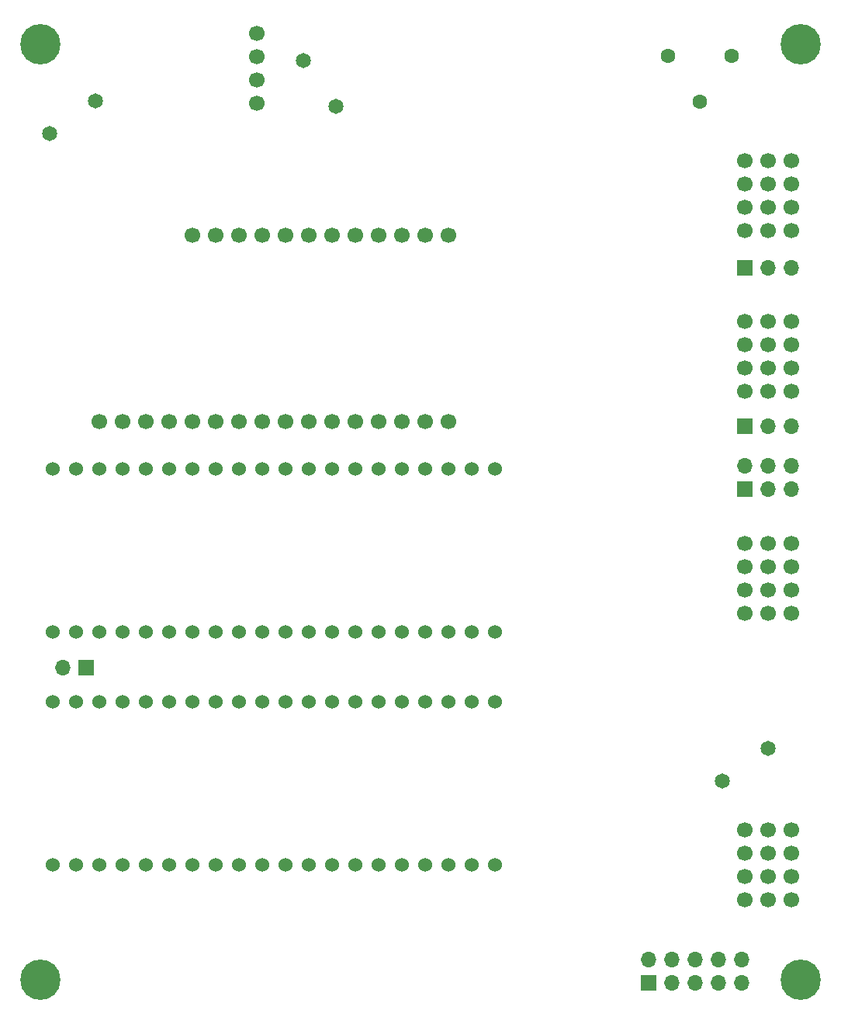
<source format=gbr>
%TF.GenerationSoftware,KiCad,Pcbnew,(6.0.8-1)-1*%
%TF.CreationDate,2023-12-28T14:34:09-05:00*%
%TF.ProjectId,Pico Robotic Controller,5069636f-2052-46f6-926f-74696320436f,V2*%
%TF.SameCoordinates,Original*%
%TF.FileFunction,Soldermask,Bot*%
%TF.FilePolarity,Negative*%
%FSLAX46Y46*%
G04 Gerber Fmt 4.6, Leading zero omitted, Abs format (unit mm)*
G04 Created by KiCad (PCBNEW (6.0.8-1)-1) date 2023-12-28 14:34:09*
%MOMM*%
%LPD*%
G01*
G04 APERTURE LIST*
%ADD10R,1.700000X1.700000*%
%ADD11O,1.700000X1.700000*%
%ADD12C,1.700000*%
%ADD13C,1.524000*%
%ADD14C,1.650000*%
%ADD15C,4.400000*%
%ADD16C,1.600000*%
G04 APERTURE END LIST*
D10*
%TO.C,J6*%
X113064000Y-113211600D03*
D11*
X110524000Y-113211600D03*
%TD*%
D12*
%TO.C,J2*%
X184957000Y-138531600D03*
X187497000Y-138531600D03*
X190037000Y-138531600D03*
X184957000Y-135991600D03*
X187497000Y-135991600D03*
X190037000Y-135991600D03*
X184957000Y-133451600D03*
X187497000Y-133451600D03*
X190037000Y-133451600D03*
X184957000Y-130911600D03*
X187497000Y-130911600D03*
X190037000Y-130911600D03*
%TD*%
D10*
%TO.C,J10*%
X184972000Y-93700200D03*
D11*
X184972000Y-91160200D03*
X187512000Y-93700200D03*
X187512000Y-91160200D03*
X190052000Y-93700200D03*
X190052000Y-91160200D03*
%TD*%
D12*
%TO.C,J4*%
X184957000Y-107253400D03*
X187497000Y-107253400D03*
X190037000Y-107253400D03*
X184957000Y-104713400D03*
X187497000Y-104713400D03*
X190037000Y-104713400D03*
X184957000Y-102173400D03*
X187497000Y-102173400D03*
X190037000Y-102173400D03*
X184957000Y-99633400D03*
X187497000Y-99633400D03*
X190037000Y-99633400D03*
%TD*%
D10*
%TO.C,J9*%
X184972000Y-69570600D03*
D11*
X187512000Y-69570600D03*
X190052000Y-69570600D03*
%TD*%
D13*
%TO.C,U2*%
X109474000Y-134721600D03*
X112014000Y-134721600D03*
X114554000Y-134721600D03*
X117094000Y-134721600D03*
X119634000Y-134721600D03*
X122174000Y-134721600D03*
X124714000Y-134721600D03*
X127254000Y-134721600D03*
X129794000Y-134721600D03*
X132334000Y-134721600D03*
X134874000Y-134721600D03*
X137414000Y-134721600D03*
X139954000Y-134721600D03*
X142494000Y-134721600D03*
X145034000Y-134721600D03*
X147574000Y-134721600D03*
X150114000Y-134721600D03*
X152654000Y-134721600D03*
X155194000Y-134721600D03*
X157734000Y-134721600D03*
X157734000Y-116941600D03*
X155194000Y-116941600D03*
X152654000Y-116941600D03*
X150114000Y-116941600D03*
X147574000Y-116941600D03*
X145034000Y-116941600D03*
X142494000Y-116941600D03*
X139954000Y-116941600D03*
X137414000Y-116941600D03*
X134874000Y-116941600D03*
X132334000Y-116941600D03*
X129794000Y-116941600D03*
X127254000Y-116941600D03*
X124714000Y-116941600D03*
X122174000Y-116941600D03*
X119634000Y-116941600D03*
X117094000Y-116941600D03*
X114554000Y-116941600D03*
X112014000Y-116941600D03*
X109474000Y-116941600D03*
%TD*%
D12*
%TO.C,U1*%
X131734000Y-44051600D03*
X131734000Y-46591600D03*
X131734000Y-49131600D03*
X131734000Y-51671600D03*
%TD*%
D14*
%TO.C,J12*%
X182497000Y-125547000D03*
X187497000Y-122047000D03*
%TD*%
D15*
%TO.C,H4*%
X191064000Y-45211600D03*
%TD*%
D10*
%TO.C,J5*%
X184972000Y-86888000D03*
D11*
X187512000Y-86888000D03*
X190052000Y-86888000D03*
%TD*%
D16*
%TO.C,J3*%
X183535000Y-46461600D03*
X180035000Y-51461600D03*
X176535000Y-46461600D03*
%TD*%
D13*
%TO.C,U3*%
X109474000Y-109321600D03*
X112014000Y-109321600D03*
X114554000Y-109321600D03*
X117094000Y-109321600D03*
X119634000Y-109321600D03*
X122174000Y-109321600D03*
X124714000Y-109321600D03*
X127254000Y-109321600D03*
X129794000Y-109321600D03*
X132334000Y-109321600D03*
X134874000Y-109321600D03*
X137414000Y-109321600D03*
X139954000Y-109321600D03*
X142494000Y-109321600D03*
X145034000Y-109321600D03*
X147574000Y-109321600D03*
X150114000Y-109321600D03*
X152654000Y-109321600D03*
X155194000Y-109321600D03*
X157734000Y-109321600D03*
X157734000Y-91541600D03*
X155194000Y-91541600D03*
X152654000Y-91541600D03*
X150114000Y-91541600D03*
X147574000Y-91541600D03*
X145034000Y-91541600D03*
X142494000Y-91541600D03*
X139954000Y-91541600D03*
X137414000Y-91541600D03*
X134874000Y-91541600D03*
X132334000Y-91541600D03*
X129794000Y-91541600D03*
X127254000Y-91541600D03*
X124714000Y-91541600D03*
X122174000Y-91541600D03*
X119634000Y-91541600D03*
X117094000Y-91541600D03*
X114554000Y-91541600D03*
X112014000Y-91541600D03*
X109474000Y-91541600D03*
%TD*%
D15*
%TO.C,H3*%
X191064000Y-147211600D03*
%TD*%
D12*
%TO.C,U6*%
X114554000Y-86366600D03*
X117064000Y-86366600D03*
X119604000Y-86366600D03*
X122144000Y-86366600D03*
X124684000Y-86366600D03*
X127224000Y-86366600D03*
X129764000Y-86366600D03*
X132304000Y-86366600D03*
X134844000Y-86366600D03*
X137384000Y-86366600D03*
X139924000Y-86366600D03*
X142464000Y-86366600D03*
X145004000Y-86366600D03*
X147544000Y-86366600D03*
X150084000Y-86366600D03*
X152624000Y-86366600D03*
X152624000Y-66046600D03*
X150084000Y-66046600D03*
X147544000Y-66046600D03*
X145004000Y-66046600D03*
X142464000Y-66046600D03*
X139924000Y-66046600D03*
X137384000Y-66046600D03*
X134844000Y-66046600D03*
X132304000Y-66046600D03*
X129764000Y-66046600D03*
X127224000Y-66046600D03*
X124684000Y-66046600D03*
%TD*%
D14*
%TO.C,J11*%
X140301000Y-51960000D03*
X136801000Y-46960000D03*
%TD*%
D12*
%TO.C,J7*%
X184972000Y-83078000D03*
X187512000Y-83078000D03*
X190052000Y-83078000D03*
X184972000Y-80538000D03*
X187512000Y-80538000D03*
X190052000Y-80538000D03*
X184972000Y-77998000D03*
X187512000Y-77998000D03*
X190052000Y-77998000D03*
X184972000Y-75458000D03*
X187512000Y-75458000D03*
X190052000Y-75458000D03*
%TD*%
%TO.C,J8*%
X184972000Y-65532000D03*
X187512000Y-65532000D03*
X190052000Y-65532000D03*
X184972000Y-62992000D03*
X187512000Y-62992000D03*
X190052000Y-62992000D03*
X184972000Y-60452000D03*
X187512000Y-60452000D03*
X190052000Y-60452000D03*
X184972000Y-57912000D03*
X187512000Y-57912000D03*
X190052000Y-57912000D03*
%TD*%
D14*
%TO.C,J1*%
X114114000Y-51424600D03*
X109114000Y-54924600D03*
%TD*%
D15*
%TO.C,H2*%
X108064000Y-147211600D03*
%TD*%
%TO.C,H1*%
X108064000Y-45211600D03*
%TD*%
D10*
%TO.C,J13*%
X174498000Y-147548600D03*
D11*
X174498000Y-145008600D03*
X177038000Y-147548600D03*
X177038000Y-145008600D03*
X179578000Y-147548600D03*
X179578000Y-145008600D03*
X182118000Y-147548600D03*
X182118000Y-145008600D03*
X184658000Y-147548600D03*
X184658000Y-145008600D03*
%TD*%
M02*

</source>
